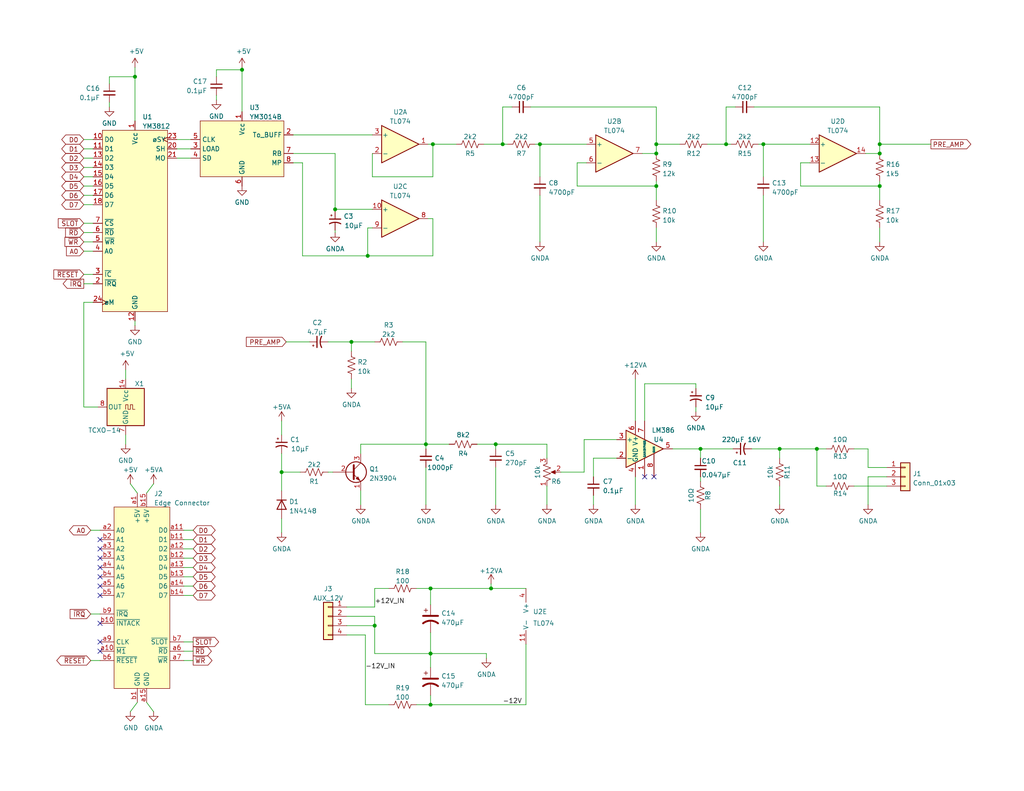
<source format=kicad_sch>
(kicad_sch (version 20230121) (generator eeschema)
  (paper "A")
  (lib_symbols
    (symbol "Amplifier_Audio:LM386" (pin_names (offset 0.127))
      (property "Reference" "U" (at 1.27 7.62 0))
      (property "Value" "LM386" (at 1.27 5.08 0))
      (symbol "LM386_0_1"
        (polyline (pts (xy 5.08 0) (xy -5.08 5.08) (xy -5.08 -5.08) (xy 5.08 0)) (stroke (width 0.254)) (fill (type background)))
      )
      (symbol "LM386_1_1"
        (pin input line (at 0 -7.62 90) (length 5.08) (name "GAIN") (number "1"))
        (pin input line (at -7.62 -2.54 0) (length 2.54) (name "-") (number "2"))
        (pin input line (at -7.62 2.54 0) (length 2.54) (name "+") (number "3"))
        (pin power_in line (at -2.54 -7.62 90) (length 3.81) (name "GND") (number "4"))
        (pin output line (at 7.62 0 180) (length 2.54) (name "~") (number "5"))
        (pin power_in line (at -2.54 7.62 270) (length 3.81) (name "V+") (number "6"))
        (pin input line (at 0 7.62 270) (length 5.08) (name "BYPASS") (number "7"))
        (pin input line (at 2.54 -7.62 90) (length 6.35) (name "GAIN") (number "8"))
      )
    )
    (symbol "Amplifier_Operational:TL074" (pin_names (offset 0.127))
      (property "Reference" "U" (at 0 5.08 0))
      (property "Value" "TL074" (at 0 -5.08 0))
      (symbol "TL074_1_1"
        (polyline (pts (xy -5.08 5.08) (xy 5.08 0) (xy -5.08 -5.08) (xy -5.08 5.08)) (stroke (width 0.254)) (fill (type background)))
        (pin output line (at 7.62 0 180) (length 2.54) (name "~") (number "1"))
        (pin input line (at -7.62 -2.54 0) (length 2.54) (name "-") (number "2"))
        (pin input line (at -7.62 2.54 0) (length 2.54) (name "+") (number "3"))
      )
      (symbol "TL074_2_1"
        (polyline (pts (xy -5.08 5.08) (xy 5.08 0) (xy -5.08 -5.08) (xy -5.08 5.08)) (stroke (width 0.254)) (fill (type background)))
        (pin input line (at -7.62 2.54 0) (length 2.54) (name "+") (number "5"))
        (pin input line (at -7.62 -2.54 0) (length 2.54) (name "-") (number "6"))
        (pin output line (at 7.62 0 180) (length 2.54) (name "~") (number "7"))
      )
      (symbol "TL074_3_1"
        (polyline (pts (xy -5.08 5.08) (xy 5.08 0) (xy -5.08 -5.08) (xy -5.08 5.08)) (stroke (width 0.254)) (fill (type background)))
        (pin input line (at -7.62 2.54 0) (length 2.54) (name "+") (number "10"))
        (pin output line (at 7.62 0 180) (length 2.54) (name "~") (number "8"))
        (pin input line (at -7.62 -2.54 0) (length 2.54) (name "-") (number "9"))
      )
      (symbol "TL074_4_1"
        (polyline (pts (xy -5.08 5.08) (xy 5.08 0) (xy -5.08 -5.08) (xy -5.08 5.08)) (stroke (width 0.254)) (fill (type background)))
        (pin input line (at -7.62 2.54 0) (length 2.54) (name "+") (number "12"))
        (pin input line (at -7.62 -2.54 0) (length 2.54) (name "-") (number "13"))
        (pin output line (at 7.62 0 180) (length 2.54) (name "~") (number "14"))
      )
      (symbol "TL074_5_1"
        (pin power_in line (at -2.54 -7.62 90) (length 3.81) (name "V-") (number "11"))
        (pin power_in line (at -2.54 7.62 270) (length 3.81) (name "V+") (number "4"))
      )
    )
    (symbol "Audio:YM3014B"
      (property "Reference" "U" (at -8.89 12.7 0))
      (property "Value" "YM3014B" (at 7.62 10.16 0))
      (symbol "YM3014B_0_1"
        (rectangle (start -12.7 6.35) (end 10.16 -8.89) (stroke (width 0.1524)) (fill (type background)))
      )
      (symbol "YM3014B_1_1"
        (pin power_in line (at -1.27 8.89 270) (length 2.54) (name "Vcc") (number "1"))
        (pin output line (at 12.7 2.54 180) (length 2.54) (name "To_BUFF") (number "2"))
        (pin input line (at -15.24 -1.27 0) (length 2.54) (name "LOAD") (number "3"))
        (pin input line (at -15.24 -3.81 0) (length 2.54) (name "SD") (number "4"))
        (pin input line (at -15.24 1.27 0) (length 2.54) (name "CLK") (number "5"))
        (pin power_in line (at -1.27 -11.43 90) (length 2.54) (name "GND") (number "6"))
        (pin output line (at 12.7 -2.54 180) (length 2.54) (name "RB") (number "7"))
        (pin input line (at 12.7 -5.08 180) (length 2.54) (name "MP") (number "8"))
      )
    )
    (symbol "Audio:YM3812"
      (property "Reference" "U" (at -2.54 7.62 0))
      (property "Value" "YM3812" (at 15.24 7.62 0))
      (symbol "YM3812_0_1"
        (rectangle (start -2.54 6.35) (end 15.24 -43.18) (stroke (width 0.1524)) (fill (type background)))
      )
      (symbol "YM3812_1_1"
        (pin power_in line (at 6.35 8.89 270) (length 2.54) (name "Vcc") (number "1"))
        (pin input line (at -5.08 3.81 0) (length 2.54) (name "D0") (number "10"))
        (pin input line (at -5.08 1.27 0) (length 2.54) (name "D1") (number "11"))
        (pin power_in line (at 6.35 -45.72 90) (length 2.54) (name "GND") (number "12"))
        (pin input line (at -5.08 -1.27 0) (length 2.54) (name "D2") (number "13"))
        (pin input line (at -5.08 -3.81 0) (length 2.54) (name "D3") (number "14"))
        (pin input line (at -5.08 -6.35 0) (length 2.54) (name "D4") (number "15"))
        (pin input line (at -5.08 -8.89 0) (length 2.54) (name "D5") (number "16"))
        (pin input line (at -5.08 -11.43 0) (length 2.54) (name "D6") (number "17"))
        (pin input line (at -5.08 -13.97 0) (length 2.54) (name "D7") (number "18"))
        (pin no_connect line (at 17.78 -24.13 180) (length 2.54) hide (name "N/C") (number "19"))
        (pin output line (at -5.08 -35.56 0) (length 2.54) (name "~{IRQ}") (number "2"))
        (pin output line (at 17.78 1.27 180) (length 2.54) (name "SH") (number "20"))
        (pin output line (at 17.78 -1.27 180) (length 2.54) (name "MO") (number "21"))
        (pin no_connect line (at 17.78 -26.67 180) (length 2.54) hide (name "N/C") (number "22"))
        (pin output clock (at 17.78 3.81 180) (length 2.54) (name "øSY") (number "23"))
        (pin input clock (at -5.08 -40.64 0) (length 2.54) (name "øM") (number "24"))
        (pin input line (at -5.08 -33.02 0) (length 2.54) (name "~{IC}") (number "3"))
        (pin input line (at -5.08 -26.67 0) (length 2.54) (name "A0") (number "4"))
        (pin input line (at -5.08 -24.13 0) (length 2.54) (name "~{WR}") (number "5"))
        (pin input line (at -5.08 -21.59 0) (length 2.54) (name "~{RD}") (number "6"))
        (pin input line (at -5.08 -19.05 0) (length 2.54) (name "~{CS}") (number "7"))
        (pin no_connect line (at 17.78 -19.05 180) (length 2.54) hide (name "N/C") (number "8"))
        (pin no_connect line (at 17.78 -21.59 180) (length 2.54) hide (name "N/C") (number "9"))
      )
    )
    (symbol "Connector:Interis_Expansion_PCBEdge"
      (property "Reference" "J" (at 20.32 -39.37 0))
      (property "Value" "Interis_Expansion_PCBEdge" (at 26.67 -35.56 0))
      (symbol "Interis_Expansion_PCBEdge_0_1"
        (rectangle (start -7.62 19.05) (end 7.62 -30.48) (stroke (width 0.1524)) (fill (type background)))
      )
      (symbol "Interis_Expansion_PCBEdge_1_1"
        (pin power_out line (at -1.27 22.86 270) (length 3.81) (name "+5V") (number "a1"))
        (pin output line (at -11.43 -20.32 0) (length 3.81) (name "~{M1}") (number "a10"))
        (pin bidirectional line (at 11.43 12.7 180) (length 3.81) (name "D0") (number "a11"))
        (pin bidirectional line (at 11.43 7.62 180) (length 3.81) (name "D2") (number "a12"))
        (pin bidirectional line (at 11.43 2.54 180) (length 3.81) (name "D4") (number "a13"))
        (pin bidirectional line (at 11.43 -2.54 180) (length 3.81) (name "D6") (number "a14"))
        (pin passive line (at 1.27 -34.29 90) (length 3.81) (name "GND") (number "a15"))
        (pin bidirectional line (at -11.43 12.7 0) (length 3.81) (name "A0") (number "a2"))
        (pin bidirectional line (at -11.43 7.62 0) (length 3.81) (name "A2") (number "a3"))
        (pin bidirectional line (at -11.43 2.54 0) (length 3.81) (name "A4") (number "a4"))
        (pin bidirectional line (at -11.43 -2.54 0) (length 3.81) (name "A6") (number "a5"))
        (pin output line (at 11.43 -20.32 180) (length 3.81) (name "~{RD}") (number "a6"))
        (pin output line (at 11.43 -22.86 180) (length 3.81) (name "~{WR}") (number "a7"))
        (pin output line (at -11.43 -17.78 0) (length 3.81) (name "CLK") (number "a9"))
        (pin power_out line (at -1.27 -34.29 90) (length 3.81) (name "GND") (number "b1"))
        (pin output line (at -11.43 -12.7 0) (length 3.81) (name "~{INTACK}") (number "b10"))
        (pin bidirectional line (at 11.43 10.16 180) (length 3.81) (name "D1") (number "b11"))
        (pin bidirectional line (at 11.43 5.08 180) (length 3.81) (name "D3") (number "b12"))
        (pin bidirectional line (at 11.43 0 180) (length 3.81) (name "D5") (number "b13"))
        (pin bidirectional line (at 11.43 -5.08 180) (length 3.81) (name "D7") (number "b14"))
        (pin passive line (at 1.27 22.86 270) (length 3.81) (name "+5V") (number "b15"))
        (pin bidirectional line (at -11.43 10.16 0) (length 3.81) (name "A1") (number "b2"))
        (pin bidirectional line (at -11.43 5.08 0) (length 3.81) (name "A3") (number "b3"))
        (pin bidirectional line (at -11.43 0 0) (length 3.81) (name "A5") (number "b4"))
        (pin bidirectional line (at -11.43 -5.08 0) (length 3.81) (name "A7") (number "b5"))
        (pin bidirectional line (at -11.43 -22.86 0) (length 3.81) (name "~{RESET}") (number "b6"))
        (pin output line (at 11.43 -17.78 180) (length 3.81) (name "~{SLOT}") (number "b7"))
        (pin input line (at -11.43 -10.16 0) (length 3.81) (name "~{IRQ}") (number "b9"))
      )
    )
    (symbol "Connector_Generic:Conn_01x03" (pin_names (offset 1.016) hide)
      (property "Reference" "J" (at 0 5.08 0))
      (property "Value" "Conn_01x03" (at 0 -5.08 0))
      (symbol "Conn_01x03_1_1"
        (rectangle (start -1.27 -2.413) (end 0 -2.667) (stroke (width 0.1524)))
        (rectangle (start -1.27 0.127) (end 0 -0.127) (stroke (width 0.1524)))
        (rectangle (start -1.27 2.667) (end 0 2.413) (stroke (width 0.1524)))
        (rectangle (start -1.27 3.81) (end 1.27 -3.81) (stroke (width 0.254)) (fill (type background)))
        (pin passive line (at -5.08 2.54 0) (length 3.81) (name "Pin_1") (number "1"))
        (pin passive line (at -5.08 0 0) (length 3.81) (name "Pin_2") (number "2"))
        (pin passive line (at -5.08 -2.54 0) (length 3.81) (name "Pin_3") (number "3"))
      )
    )
    (symbol "Connector_Generic:Conn_01x04" (pin_names (offset 1.016) hide)
      (property "Reference" "J?" (at 0 7.5098 0))
      (property "Value" "Conn_01x04" (at 0 4.9729 0))
      (symbol "Conn_01x04_1_1"
        (rectangle (start -1.27 -4.953) (end 0 -5.207) (stroke (width 0.1524)))
        (rectangle (start -1.27 -2.413) (end 0 -2.667) (stroke (width 0.1524)))
        (rectangle (start -1.27 0.127) (end 0 -0.127) (stroke (width 0.1524)))
        (rectangle (start -1.27 2.667) (end 0 2.413) (stroke (width 0.1524)))
        (rectangle (start -1.27 3.81) (end 1.27 -6.35) (stroke (width 0.254)) (fill (type background)))
        (pin power_out line (at -5.08 2.54 0) (length 3.81) (name "+12V") (number "1"))
        (pin passive line (at -5.08 0 0) (length 3.81) (name "Pin_2") (number "2"))
        (pin passive line (at -5.08 -2.54 0) (length 3.81) (name "Pin_3") (number "3"))
        (pin passive line (at -5.08 -5.08 0) (length 3.81) (name "Pin_4") (number "4"))
      )
    )
    (symbol "Device:C_Polarized_Small_US" (pin_numbers hide) (pin_names (offset 0.254) hide)
      (property "Reference" "C" (at 0.254 1.778 0))
      (property "Value" "C_Polarized_Small_US" (at 0.254 -2.032 0))
      (symbol "C_Polarized_Small_US_0_1"
        (polyline (pts (xy -1.524 0.508) (xy 1.524 0.508)) (stroke (width 0.3048)))
        (polyline (pts (xy -1.27 1.524) (xy -0.762 1.524)))
        (polyline (pts (xy -1.016 1.27) (xy -1.016 1.778)))
        (arc (start 1.524 -0.762) (mid 0 -0.3734) (end -1.524 -0.762) (stroke (width 0.3048)))
      )
      (symbol "C_Polarized_Small_US_1_1"
        (pin passive line (at 0 2.54 270) (length 2.032) (name "~") (number "1"))
        (pin passive line (at 0 -2.54 90) (length 2.032) (name "~") (number "2"))
      )
    )
    (symbol "Device:C_Polarized_US" (pin_numbers hide) (pin_names (offset 0.254) hide)
      (property "Reference" "C" (at 0.635 2.54 0))
      (property "Value" "C_Polarized_US" (at 0.635 -2.54 0))
      (symbol "C_Polarized_US_0_1"
        (polyline (pts (xy -2.032 0.762) (xy 2.032 0.762)) (stroke (width 0.508)))
        (polyline (pts (xy -1.778 2.286) (xy -0.762 2.286)))
        (polyline (pts (xy -1.27 1.778) (xy -1.27 2.794)))
        (arc (start 2.032 -1.27) (mid 0 -0.5572) (end -2.032 -1.27) (stroke (width 0.508)))
      )
      (symbol "C_Polarized_US_1_1"
        (pin passive line (at 0 3.81 270) (length 2.794) (name "~") (number "1"))
        (pin passive line (at 0 -3.81 90) (length 3.302) (name "~") (number "2"))
      )
    )
    (symbol "Device:C_Small" (pin_numbers hide) (pin_names (offset 0.254) hide)
      (property "Reference" "C" (at 0.254 1.778 0))
      (property "Value" "C_Small" (at 0.254 -2.032 0))
      (symbol "C_Small_0_1"
        (polyline (pts (xy -1.524 -0.508) (xy 1.524 -0.508)) (stroke (width 0.3302)))
        (polyline (pts (xy -1.524 0.508) (xy 1.524 0.508)) (stroke (width 0.3048)))
      )
      (symbol "C_Small_1_1"
        (pin passive line (at 0 2.54 270) (length 2.032) (name "~") (number "1"))
        (pin passive line (at 0 -2.54 90) (length 2.032) (name "~") (number "2"))
      )
    )
    (symbol "Device:R_Potentiometer_US" (pin_names (offset 1.016) hide)
      (property "Reference" "RV" (at -4.445 0 90))
      (property "Value" "R_Potentiometer_US" (at -2.54 0 90))
      (symbol "R_Potentiometer_US_0_1"
        (polyline (pts (xy 0 -2.286) (xy 0 -2.54)))
        (polyline (pts (xy 0 2.54) (xy 0 2.286)))
        (polyline (pts (xy 2.54 0) (xy 1.524 0)))
        (polyline (pts (xy 1.143 0) (xy 2.286 0.508) (xy 2.286 -0.508) (xy 1.143 0)) (fill (type outline)))
        (polyline (pts (xy 0 -0.762) (xy 1.016 -1.143) (xy 0 -1.524) (xy -1.016 -1.905) (xy 0 -2.286)))
        (polyline (pts (xy 0 0.762) (xy 1.016 0.381) (xy 0 0) (xy -1.016 -0.381) (xy 0 -0.762)))
        (polyline (pts (xy 0 2.286) (xy 1.016 1.905) (xy 0 1.524) (xy -1.016 1.143) (xy 0 0.762)))
      )
      (symbol "R_Potentiometer_US_1_1"
        (pin passive line (at 0 3.81 270) (length 1.27) (name "1") (number "1"))
        (pin passive line (at 3.81 0 180) (length 1.27) (name "2") (number "2"))
        (pin passive line (at 0 -3.81 90) (length 1.27) (name "3") (number "3"))
      )
    )
    (symbol "Device:R_US" (pin_numbers hide) (pin_names (offset 0))
      (property "Reference" "R" (at 2.54 0 90))
      (property "Value" "R_US" (at -2.54 0 90))
      (symbol "R_US_0_1"
        (polyline (pts (xy 0 -2.286) (xy 0 -2.54)))
        (polyline (pts (xy 0 2.286) (xy 0 2.54)))
        (polyline (pts (xy 0 -0.762) (xy 1.016 -1.143) (xy 0 -1.524) (xy -1.016 -1.905) (xy 0 -2.286)))
        (polyline (pts (xy 0 0.762) (xy 1.016 0.381) (xy 0 0) (xy -1.016 -0.381) (xy 0 -0.762)))
        (polyline (pts (xy 0 2.286) (xy 1.016 1.905) (xy 0 1.524) (xy -1.016 1.143) (xy 0 0.762)))
      )
      (symbol "R_US_1_1"
        (pin passive line (at 0 3.81 270) (length 1.27) (name "~") (number "1"))
        (pin passive line (at 0 -3.81 90) (length 1.27) (name "~") (number "2"))
      )
    )
    (symbol "Diode:1N4148" (pin_numbers hide) (pin_names (offset 1.016) hide)
      (property "Reference" "D" (at 0 2.54 0))
      (property "Value" "1N4148" (at 0 -2.54 0))
      (symbol "1N4148_0_1"
        (polyline (pts (xy -1.27 1.27) (xy -1.27 -1.27)) (stroke (width 0.254)))
        (polyline (pts (xy 1.27 0) (xy -1.27 0)))
        (polyline (pts (xy 1.27 1.27) (xy 1.27 -1.27) (xy -1.27 0) (xy 1.27 1.27)) (stroke (width 0.254)))
      )
      (symbol "1N4148_1_1"
        (pin passive line (at -3.81 0 0) (length 2.54) (name "K") (number "1"))
        (pin passive line (at 3.81 0 180) (length 2.54) (name "A") (number "2"))
      )
    )
    (symbol "Oscillator:TCXO-14" (pin_names (offset 0.254))
      (property "Reference" "X" (at -5.08 6.35 0))
      (property "Value" "TCXO-14" (at 1.27 -6.35 0))
      (symbol "TCXO-14_0_1"
        (rectangle (start -5.08 5.08) (end 5.08 -5.08) (stroke (width 0.254)) (fill (type background)))
        (polyline (pts (xy -2.54 -0.635) (xy -1.905 -0.635) (xy -1.905 0.635) (xy -1.27 0.635) (xy -1.27 -0.635) (xy -0.635 -0.635) (xy -0.635 0.635) (xy 0 0.635) (xy 0 -0.635)))
      )
      (symbol "TCXO-14_1_1"
        (pin no_connect line (at -7.62 0 0) (length 2.54) hide (name "NC") (number "1"))
        (pin power_in line (at 0 7.62 270) (length 2.54) (name "Vcc") (number "14"))
        (pin power_in line (at 0 -7.62 90) (length 2.54) (name "GND") (number "7"))
        (pin output line (at 7.62 0 180) (length 2.54) (name "OUT") (number "8"))
      )
    )
    (symbol "Transistor_BJT:2N3904" (pin_names (offset 0) hide)
      (property "Reference" "Q" (at 5.08 1.905 0))
      (property "Value" "2N3904" (at 5.08 0 0))
      (symbol "2N3904_0_1"
        (polyline (pts (xy 0.635 0.635) (xy 2.54 2.54)))
        (polyline (pts (xy 0.635 -0.635) (xy 2.54 -2.54) (xy 2.54 -2.54)))
        (polyline (pts (xy 0.635 1.905) (xy 0.635 -1.905) (xy 0.635 -1.905)) (stroke (width 0.508)))
        (polyline (pts (xy 1.27 -1.778) (xy 1.778 -1.27) (xy 2.286 -2.286) (xy 1.27 -1.778) (xy 1.27 -1.778)) (fill (type outline)))
        (circle (center 1.27 0) (radius 2.8194) (stroke (width 0.254)))
      )
      (symbol "2N3904_1_1"
        (pin passive line (at 2.54 -5.08 90) (length 2.54) (name "E") (number "1"))
        (pin passive line (at -5.08 0 0) (length 5.715) (name "B") (number "2"))
        (pin passive line (at 2.54 5.08 270) (length 2.54) (name "C") (number "3"))
      )
    )
    (symbol "power:+12VA" (power) (pin_names (offset 0))
      (property "Value" "+12VA" (at 0 3.556 0))
      (symbol "+12VA_0_1"
        (polyline (pts (xy -0.762 1.27) (xy 0 2.54)))
        (polyline (pts (xy 0 0) (xy 0 2.54)))
        (polyline (pts (xy 0 2.54) (xy 0.762 1.27)))
      )
      (symbol "+12VA_1_1"
        (pin power_in line (at 0 0 90) (length 0) hide (name "+12VA") (number "1"))
      )
    )
    (symbol "power:+5V" (power) (pin_names (offset 0))
      (property "Value" "+5V" (at 0 3.556 0))
      (symbol "+5V_0_1"
        (polyline (pts (xy -0.762 1.27) (xy 0 2.54)))
        (polyline (pts (xy 0 0) (xy 0 2.54)))
        (polyline (pts (xy 0 2.54) (xy 0.762 1.27)))
      )
      (symbol "+5V_1_1"
        (pin power_in line (at 0 0 90) (length 0) hide (name "+5V") (number "1"))
      )
    )
    (symbol "power:+5VA" (power) (pin_names (offset 0))
      (property "Value" "+5VA" (at 0 3.556 0))
      (symbol "+5VA_0_1"
        (polyline (pts (xy -0.762 1.27) (xy 0 2.54)))
        (polyline (pts (xy 0 0) (xy 0 2.54)))
        (polyline (pts (xy 0 2.54) (xy 0.762 1.27)))
      )
      (symbol "+5VA_1_1"
        (pin power_in line (at 0 0 90) (length 0) hide (name "+5VA") (number "1"))
      )
    )
    (symbol "power:GND" (power) (pin_names (offset 0))
      (property "Value" "GND" (at 0 -3.81 0))
      (symbol "GND_0_1"
        (polyline (pts (xy 0 0) (xy 0 -1.27) (xy 1.27 -1.27) (xy 0 -2.54) (xy -1.27 -1.27) (xy 0 -1.27)))
      )
      (symbol "GND_1_1"
        (pin power_in line (at 0 0 270) (length 0) hide (name "GND") (number "1"))
      )
    )
    (symbol "power:GNDA" (power) (pin_names (offset 0))
      (property "Value" "GNDA" (at 0 -3.81 0))
      (symbol "GNDA_0_1"
        (polyline (pts (xy 0 0) (xy 0 -1.27) (xy 1.27 -1.27) (xy 0 -2.54) (xy -1.27 -1.27) (xy 0 -1.27)))
      )
      (symbol "GNDA_1_1"
        (pin power_in line (at 0 0 270) (length 0) hide (name "GNDA") (number "1"))
      )
    )
  )
  (junction (at 179.07 39.37))
  (junction (at 240.03 41.91))
  (junction (at 95.885 93.345))
  (junction (at 240.03 50.8))
  (junction (at 198.12 39.37))
  (junction (at 135.255 121.285))
  (junction (at 117.475 160.655))
  (junction (at 116.205 121.285))
  (junction (at 147.32 39.37))
  (junction (at 212.725 122.555))
  (junction (at 102.235 170.815))
  (junction (at 208.28 39.37))
  (junction (at 240.03 39.37))
  (junction (at 36.83 20.955))
  (junction (at 137.16 39.37))
  (junction (at 91.44 57.15))
  (junction (at 179.07 41.91))
  (junction (at 117.475 178.435))
  (junction (at 191.135 122.555))
  (junction (at 118.11 39.37))
  (junction (at 76.835 128.905))
  (junction (at 179.07 50.8))
  (junction (at 117.475 192.405))
  (junction (at 222.885 122.555))
  (junction (at 133.985 160.655))
  (junction (at 100.33 69.85))
  (junction (at 66.04 19.05))
  (no_connect (at 27.305 170.18))
  (no_connect (at 27.305 147.32))
  (no_connect (at 27.305 149.86))
  (no_connect (at 27.305 152.4))
  (no_connect (at 27.305 154.94))
  (no_connect (at 27.305 157.48))
  (no_connect (at 27.305 162.56))
  (no_connect (at 27.305 160.02))
  (no_connect (at 175.895 130.175))
  (no_connect (at 178.435 130.175))
  (no_connect (at 27.305 175.26))
  (no_connect (at 27.305 177.8))
  (wire (pts (xy 135.255 127.635) (xy 135.255 137.795)))
  (wire (pts (xy 29.845 20.955) (xy 36.83 20.955)))
  (wire (pts (xy 146.05 39.37) (xy 147.32 39.37)))
  (wire (pts (xy 138.43 39.37) (xy 137.16 39.37)))
  (wire (pts (xy 91.44 41.91) (xy 91.44 57.15)))
  (wire (pts (xy 52.705 154.94) (xy 50.165 154.94)))
  (wire (pts (xy 236.855 127.635) (xy 241.935 127.635)))
  (wire (pts (xy 52.705 149.86) (xy 50.165 149.86)))
  (wire (pts (xy 102.235 170.815) (xy 102.235 178.435)))
  (wire (pts (xy 52.705 180.34) (xy 50.165 180.34)))
  (wire (pts (xy 52.705 144.78) (xy 50.165 144.78)))
  (wire (pts (xy 240.03 39.37) (xy 254 39.37)))
  (wire (pts (xy 76.835 114.935) (xy 76.835 118.745)))
  (wire (pts (xy 130.175 121.285) (xy 135.255 121.285)))
  (wire (pts (xy 113.665 160.655) (xy 117.475 160.655)))
  (wire (pts (xy 91.44 57.785) (xy 91.44 57.15)))
  (wire (pts (xy 159.385 120.015) (xy 159.385 128.905)))
  (wire (pts (xy 94.615 170.815) (xy 102.235 170.815)))
  (wire (pts (xy 161.925 125.095) (xy 161.925 130.175)))
  (wire (pts (xy 59.055 19.05) (xy 66.04 19.05)))
  (wire (pts (xy 76.835 133.985) (xy 76.835 128.905)))
  (wire (pts (xy 193.04 39.37) (xy 198.12 39.37)))
  (wire (pts (xy 147.32 66.04) (xy 147.32 53.34)))
  (wire (pts (xy 52.705 175.26) (xy 50.165 175.26)))
  (wire (pts (xy 34.29 118.745) (xy 34.29 121.285)))
  (wire (pts (xy 233.045 132.715) (xy 241.935 132.715)))
  (wire (pts (xy 41.91 132.08) (xy 40.005 134.62)))
  (wire (pts (xy 81.915 128.905) (xy 76.835 128.905)))
  (wire (pts (xy 135.255 121.285) (xy 149.225 121.285)))
  (wire (pts (xy 117.475 192.405) (xy 143.51 192.405)))
  (wire (pts (xy 52.705 160.02) (xy 50.165 160.02)))
  (wire (pts (xy 113.665 192.405) (xy 117.475 192.405)))
  (wire (pts (xy 220.98 44.45) (xy 218.44 44.45)))
  (wire (pts (xy 91.44 63.5) (xy 91.44 62.865)))
  (wire (pts (xy 160.02 44.45) (xy 157.48 44.45)))
  (wire (pts (xy 198.12 39.37) (xy 198.12 29.21)))
  (wire (pts (xy 208.28 48.26) (xy 208.28 39.37)))
  (wire (pts (xy 22.86 82.55) (xy 22.86 111.125)))
  (wire (pts (xy 80.01 44.45) (xy 82.55 44.45)))
  (wire (pts (xy 52.705 147.32) (xy 50.165 147.32)))
  (wire (pts (xy 179.07 50.8) (xy 179.07 54.61)))
  (wire (pts (xy 98.425 137.795) (xy 98.425 133.985)))
  (wire (pts (xy 91.44 57.15) (xy 101.6 57.15)))
  (wire (pts (xy 118.11 39.37) (xy 118.11 48.26)))
  (wire (pts (xy 89.535 93.345) (xy 95.885 93.345)))
  (wire (pts (xy 157.48 50.8) (xy 179.07 50.8)))
  (wire (pts (xy 183.515 122.555) (xy 191.135 122.555)))
  (wire (pts (xy 135.255 121.285) (xy 135.255 122.555)))
  (wire (pts (xy 37.465 134.62) (xy 35.56 132.08)))
  (wire (pts (xy 118.11 59.69) (xy 118.11 69.85)))
  (wire (pts (xy 212.725 122.555) (xy 212.725 125.095)))
  (wire (pts (xy 76.835 145.415) (xy 76.835 141.605)))
  (wire (pts (xy 189.865 104.775) (xy 189.865 106.045)))
  (wire (pts (xy 205.105 122.555) (xy 212.725 122.555)))
  (wire (pts (xy 36.83 18.415) (xy 36.83 20.955)))
  (wire (pts (xy 116.205 121.285) (xy 122.555 121.285)))
  (wire (pts (xy 240.03 41.91) (xy 236.22 41.91)))
  (wire (pts (xy 240.03 50.8) (xy 240.03 54.61)))
  (wire (pts (xy 100.33 62.23) (xy 100.33 69.85)))
  (wire (pts (xy 117.475 172.72) (xy 117.475 178.435)))
  (wire (pts (xy 149.225 132.715) (xy 149.225 137.795)))
  (wire (pts (xy 52.705 162.56) (xy 50.165 162.56)))
  (wire (pts (xy 117.475 160.655) (xy 133.985 160.655)))
  (wire (pts (xy 22.86 68.58) (xy 25.4 68.58)))
  (wire (pts (xy 147.32 39.37) (xy 160.02 39.37)))
  (wire (pts (xy 153.035 128.905) (xy 159.385 128.905)))
  (wire (pts (xy 22.86 66.04) (xy 25.4 66.04)))
  (wire (pts (xy 179.07 49.53) (xy 179.07 50.8)))
  (wire (pts (xy 116.205 121.285) (xy 116.205 93.345)))
  (wire (pts (xy 48.26 38.1) (xy 52.07 38.1)))
  (wire (pts (xy 222.885 122.555) (xy 225.425 122.555)))
  (wire (pts (xy 179.07 66.04) (xy 179.07 62.23)))
  (wire (pts (xy 124.46 39.37) (xy 118.11 39.37)))
  (wire (pts (xy 101.6 41.91) (xy 101.6 48.26)))
  (wire (pts (xy 24.765 167.64) (xy 27.305 167.64)))
  (wire (pts (xy 236.855 122.555) (xy 236.855 127.635)))
  (wire (pts (xy 22.86 45.72) (xy 25.4 45.72)))
  (wire (pts (xy 37.465 191.77) (xy 35.56 194.31)))
  (wire (pts (xy 212.725 132.715) (xy 212.725 137.795)))
  (wire (pts (xy 144.78 29.21) (xy 179.07 29.21)))
  (wire (pts (xy 22.86 38.1) (xy 25.4 38.1)))
  (wire (pts (xy 117.475 178.435) (xy 132.715 178.435)))
  (wire (pts (xy 116.205 121.285) (xy 98.425 121.285)))
  (wire (pts (xy 179.07 41.91) (xy 175.26 41.91)))
  (wire (pts (xy 29.845 22.86) (xy 29.845 20.955)))
  (wire (pts (xy 240.03 49.53) (xy 240.03 50.8)))
  (wire (pts (xy 22.86 74.93) (xy 25.4 74.93)))
  (wire (pts (xy 66.04 18.415) (xy 66.04 19.05)))
  (wire (pts (xy 233.045 122.555) (xy 236.855 122.555)))
  (wire (pts (xy 161.925 135.255) (xy 161.925 137.795)))
  (wire (pts (xy 199.39 39.37) (xy 198.12 39.37)))
  (wire (pts (xy 241.935 130.175) (xy 236.855 130.175)))
  (wire (pts (xy 95.885 93.345) (xy 102.235 93.345)))
  (wire (pts (xy 175.895 104.775) (xy 175.895 114.935)))
  (wire (pts (xy 143.51 175.895) (xy 143.51 192.405)))
  (wire (pts (xy 117.475 192.405) (xy 117.475 189.865)))
  (wire (pts (xy 185.42 39.37) (xy 179.07 39.37)))
  (wire (pts (xy 137.16 39.37) (xy 132.08 39.37)))
  (wire (pts (xy 24.765 180.34) (xy 27.305 180.34)))
  (wire (pts (xy 66.04 19.05) (xy 66.04 30.48)))
  (wire (pts (xy 102.235 178.435) (xy 117.475 178.435)))
  (wire (pts (xy 191.135 131.445) (xy 191.135 130.175)))
  (wire (pts (xy 173.355 130.175) (xy 173.355 137.795)))
  (wire (pts (xy 22.86 40.64) (xy 25.4 40.64)))
  (wire (pts (xy 240.03 29.21) (xy 240.03 39.37)))
  (wire (pts (xy 208.28 39.37) (xy 220.98 39.37)))
  (wire (pts (xy 198.12 29.21) (xy 200.66 29.21)))
  (wire (pts (xy 99.695 173.355) (xy 99.695 192.405)))
  (wire (pts (xy 117.475 178.435) (xy 117.475 182.245)))
  (wire (pts (xy 179.07 29.21) (xy 179.07 39.37)))
  (wire (pts (xy 173.355 103.505) (xy 173.355 114.935)))
  (wire (pts (xy 22.86 50.8) (xy 25.4 50.8)))
  (wire (pts (xy 95.885 106.045) (xy 95.885 103.505)))
  (wire (pts (xy 22.86 55.88) (xy 25.4 55.88)))
  (wire (pts (xy 179.07 39.37) (xy 179.07 41.91)))
  (wire (pts (xy 22.86 77.47) (xy 25.4 77.47)))
  (wire (pts (xy 116.205 121.285) (xy 116.205 122.555)))
  (wire (pts (xy 118.11 69.85) (xy 100.33 69.85)))
  (wire (pts (xy 95.885 93.345) (xy 95.885 95.885)))
  (wire (pts (xy 99.695 192.405) (xy 106.045 192.405)))
  (wire (pts (xy 133.985 160.655) (xy 143.51 160.655)))
  (wire (pts (xy 102.235 160.655) (xy 106.045 160.655)))
  (wire (pts (xy 191.135 139.065) (xy 191.135 145.415)))
  (wire (pts (xy 52.705 157.48) (xy 50.165 157.48)))
  (wire (pts (xy 117.475 160.655) (xy 117.475 165.1)))
  (wire (pts (xy 116.205 93.345) (xy 109.855 93.345)))
  (wire (pts (xy 94.615 173.355) (xy 99.695 173.355)))
  (wire (pts (xy 52.705 177.8) (xy 50.165 177.8)))
  (wire (pts (xy 22.86 111.125) (xy 26.67 111.125)))
  (wire (pts (xy 149.225 121.285) (xy 149.225 125.095)))
  (wire (pts (xy 116.84 59.69) (xy 118.11 59.69)))
  (wire (pts (xy 205.74 29.21) (xy 240.03 29.21)))
  (wire (pts (xy 29.845 27.94) (xy 29.845 29.21)))
  (wire (pts (xy 218.44 44.45) (xy 218.44 50.8)))
  (wire (pts (xy 240.03 39.37) (xy 240.03 41.91)))
  (wire (pts (xy 218.44 50.8) (xy 240.03 50.8)))
  (wire (pts (xy 207.01 39.37) (xy 208.28 39.37)))
  (wire (pts (xy 78.105 93.345) (xy 84.455 93.345)))
  (wire (pts (xy 52.705 152.4) (xy 50.165 152.4)))
  (wire (pts (xy 98.425 121.285) (xy 98.425 123.825)))
  (wire (pts (xy 59.055 26.035) (xy 59.055 27.305)))
  (wire (pts (xy 89.535 128.905) (xy 90.805 128.905)))
  (wire (pts (xy 157.48 44.45) (xy 157.48 50.8)))
  (wire (pts (xy 80.01 36.83) (xy 101.6 36.83)))
  (wire (pts (xy 191.135 122.555) (xy 200.025 122.555)))
  (wire (pts (xy 116.205 127.635) (xy 116.205 137.795)))
  (wire (pts (xy 102.235 165.735) (xy 102.235 160.655)))
  (wire (pts (xy 102.235 168.275) (xy 102.235 170.815)))
  (wire (pts (xy 22.86 48.26) (xy 25.4 48.26)))
  (wire (pts (xy 94.615 165.735) (xy 102.235 165.735)))
  (wire (pts (xy 240.03 66.04) (xy 240.03 62.23)))
  (wire (pts (xy 147.32 48.26) (xy 147.32 39.37)))
  (wire (pts (xy 118.11 48.26) (xy 101.6 48.26)))
  (wire (pts (xy 208.28 66.04) (xy 208.28 53.34)))
  (wire (pts (xy 36.83 20.955) (xy 36.83 33.02)))
  (wire (pts (xy 22.86 43.18) (xy 25.4 43.18)))
  (wire (pts (xy 48.26 43.18) (xy 52.07 43.18)))
  (wire (pts (xy 80.01 41.91) (xy 91.44 41.91)))
  (wire (pts (xy 82.55 69.85) (xy 100.33 69.85)))
  (wire (pts (xy 25.4 82.55) (xy 22.86 82.55)))
  (wire (pts (xy 133.985 159.385) (xy 133.985 160.655)))
  (wire (pts (xy 222.885 122.555) (xy 222.885 132.715)))
  (wire (pts (xy 137.16 29.21) (xy 139.7 29.21)))
  (wire (pts (xy 168.275 125.095) (xy 161.925 125.095)))
  (wire (pts (xy 137.16 39.37) (xy 137.16 29.21)))
  (wire (pts (xy 132.715 179.705) (xy 132.715 178.435)))
  (wire (pts (xy 189.865 104.775) (xy 175.895 104.775)))
  (wire (pts (xy 22.86 53.34) (xy 25.4 53.34)))
  (wire (pts (xy 189.865 111.125) (xy 189.865 112.395)))
  (wire (pts (xy 191.135 125.095) (xy 191.135 122.555)))
  (wire (pts (xy 101.6 62.23) (xy 100.33 62.23)))
  (wire (pts (xy 22.86 60.96) (xy 25.4 60.96)))
  (wire (pts (xy 36.83 88.9) (xy 36.83 87.63)))
  (wire (pts (xy 76.835 123.825) (xy 76.835 128.905)))
  (wire (pts (xy 24.765 144.78) (xy 27.305 144.78)))
  (wire (pts (xy 116.84 39.37) (xy 118.11 39.37)))
  (wire (pts (xy 59.055 20.955) (xy 59.055 19.05)))
  (wire (pts (xy 48.26 40.64) (xy 52.07 40.64)))
  (wire (pts (xy 159.385 120.015) (xy 168.275 120.015)))
  (wire (pts (xy 22.86 63.5) (xy 25.4 63.5)))
  (wire (pts (xy 212.725 122.555) (xy 222.885 122.555)))
  (wire (pts (xy 236.855 130.175) (xy 236.855 137.795)))
  (wire (pts (xy 82.55 69.85) (xy 82.55 44.45)))
  (wire (pts (xy 225.425 132.715) (xy 222.885 132.715)))
  (wire (pts (xy 40.005 191.77) (xy 41.91 194.31)))
  (wire (pts (xy 94.615 168.275) (xy 102.235 168.275)))
  (wire (pts (xy 34.29 100.965) (xy 34.29 103.505)))
  (label "-12V" (at 137.16 192.405 0))
  (label "-12V_IN" (at 99.695 182.88 0))
  (label "+12V_IN" (at 102.235 165.1 0))
  (global_label "D2" (shape bidirectional) (at 52.705 149.86 0) (property "Intersheetrefs" "${INTERSHEET_REFS}" (effects hide)))
  (global_label "PRE_AMP" (shape output) (at 254 39.37 0) (property "Intersheetrefs" "${INTERSHEET_REFS}" (effects hide)))
  (global_label "D2" (shape bidirectional) (at 22.86 43.18 180) (property "Intersheetrefs" "${INTERSHEET_REFS}" (effects hide)))
  (global_label "D5" (shape bidirectional) (at 52.705 157.48 0) (property "Intersheetrefs" "${INTERSHEET_REFS}" (effects hide)))
  (global_label "~{SLOT}" (shape input) (at 22.86 60.96 180) (property "Intersheetrefs" "${INTERSHEET_REFS}" (effects hide)))
  (global_label "~{RESET}" (shape bidirectional) (at 24.765 180.34 180) (property "Intersheetrefs" "${INTERSHEET_REFS}" (effects hide)))
  (global_label "D3" (shape bidirectional) (at 52.705 152.4 0) (property "Intersheetrefs" "${INTERSHEET_REFS}" (effects hide)))
  (global_label "~{RD}" (shape output) (at 52.705 177.8 0) (property "Intersheetrefs" "${INTERSHEET_REFS}" (effects hide)))
  (global_label "D6" (shape bidirectional) (at 52.705 160.02 0) (property "Intersheetrefs" "${INTERSHEET_REFS}" (effects hide)))
  (global_label "PRE_AMP" (shape input) (at 78.105 93.345 180) (property "Intersheetrefs" "${INTERSHEET_REFS}" (effects hide)))
  (global_label "~{IRQ}" (shape input) (at 24.765 167.64 180) (property "Intersheetrefs" "${INTERSHEET_REFS}" (effects hide)))
  (global_label "D3" (shape bidirectional) (at 22.86 45.72 180) (property "Intersheetrefs" "${INTERSHEET_REFS}" (effects hide)))
  (global_label "D4" (shape bidirectional) (at 52.705 154.94 0) (property "Intersheetrefs" "${INTERSHEET_REFS}" (effects hide)))
  (global_label "D7" (shape bidirectional) (at 52.705 162.56 0) (property "Intersheetrefs" "${INTERSHEET_REFS}" (effects hide)))
  (global_label "D7" (shape bidirectional) (at 22.86 55.88 180) (property "Intersheetrefs" "${INTERSHEET_REFS}" (effects hide)))
  (global_label "~{IRQ}" (shape output) (at 22.86 77.47 180) (property "Intersheetrefs" "${INTERSHEET_REFS}" (effects hide)))
  (global_label "A0" (shape bidirectional) (at 24.765 144.78 180) (property "Intersheetrefs" "${INTERSHEET_REFS}" (effects hide)))
  (global_label "D1" (shape bidirectional) (at 22.86 40.64 180) (property "Intersheetrefs" "${INTERSHEET_REFS}" (effects hide)))
  (global_label "D4" (shape bidirectional) (at 22.86 48.26 180) (property "Intersheetrefs" "${INTERSHEET_REFS}" (effects hide)))
  (global_label "D1" (shape bidirectional) (at 52.705 147.32 0) (property "Intersheetrefs" "${INTERSHEET_REFS}" (effects hide)))
  (global_label "~{WR}" (shape output) (at 52.705 180.34 0) (property "Intersheetrefs" "${INTERSHEET_REFS}" (effects hide)))
  (global_label "~{RESET}" (shape input) (at 22.86 74.93 180) (property "Intersheetrefs" "${INTERSHEET_REFS}" (effects hide)))
  (global_label "A0" (shape input) (at 22.86 68.58 180) (property "Intersheetrefs" "${INTERSHEET_REFS}" (effects hide)))
  (global_label "D6" (shape bidirectional) (at 22.86 53.34 180) (property "Intersheetrefs" "${INTERSHEET_REFS}" (effects hide)))
  (global_label "D0" (shape bidirectional) (at 22.86 38.1 180) (property "Intersheetrefs" "${INTERSHEET_REFS}" (effects hide)))
  (global_label "D5" (shape bidirectional) (at 22.86 50.8 180) (property "Intersheetrefs" "${INTERSHEET_REFS}" (effects hide)))
  (global_label "~{RD}" (shape input) (at 22.86 63.5 180) (property "Intersheetrefs" "${INTERSHEET_REFS}" (effects hide)))
  (global_label "~{SLOT}" (shape output) (at 52.705 175.26 0) (property "Intersheetrefs" "${INTERSHEET_REFS}" (effects hide)))
  (global_label "~{WR}" (shape input) (at 22.86 66.04 180) (property "Intersheetrefs" "${INTERSHEET_REFS}" (effects hide)))
  (global_label "D0" (shape bidirectional) (at 52.705 144.78 0) (property "Intersheetrefs" "${INTERSHEET_REFS}" (effects hide)))
  (symbol (lib_id "Device:R_US") (at 212.725 128.905 0) (unit 1)
    (property "Reference" "R11" (at 214.757 128.905 90))
    (property "Value" "10k" (at 210.185 128.905 90))
    (property "Footprint" "Resistor_THT:R_Axial_DIN0207_L6.3mm_D2.5mm_P7.62mm_Horizontal" (effects hide))
    (property "Mouser" "291-10K-RC" (effects hide))
  )
  (symbol (lib_id "Device:C_Polarized_Small_US") (at 76.835 121.285 0) (unit 1)
    (property "Reference" "C1" (at 79.1464 120.0185 0) (effects (justify left)))
    (property "Value" "10µF" (at 79.375 122.555 0) (effects (justify left)))
    (property "Footprint" "Capacitor_THT:CP_Radial_D5.0mm_P2.50mm" (effects hide))
  )
  (symbol (lib_id "Amplifier_Operational:TL074") (at 146.05 168.275 0) (unit 5)
    (property "Reference" "U2" (at 145.415 167.005 0) (effects (justify left)))
    (property "Value" "TL074" (at 145.415 170.18 0) (effects (justify left)))
    (property "Footprint" "Package_DIP:DIP-14_W7.62mm" (effects hide))
    (property "Datasheet" "http://www.ti.com/lit/ds/symlink/tl071.pdf" (effects hide))
  )
  (symbol (lib_id "power:+5V") (at 35.56 132.08 0) (unit 1)
    (property "Reference" "#PWR0102" (effects hide))
    (property "Value" "+5V" (at 35.56 128.27 0))
  )
  (symbol (lib_id "power:+5VA") (at 41.91 132.08 0) (unit 1)
    (property "Reference" "#PWR0132" (effects hide))
    (property "Value" "+5VA" (at 41.91 128.27 0))
  )
  (symbol (lib_id "Device:R_US") (at 203.2 39.37 90) (unit 1)
    (property "Reference" "R15" (at 203.2 41.91 90))
    (property "Value" "2k2" (at 203.2 37.3181 90))
    (property "Footprint" "Resistor_THT:R_Axial_DIN0207_L6.3mm_D2.5mm_P7.62mm_Horizontal" (effects hide))
  )
  (symbol (lib_id "Device:R_US") (at 189.23 39.37 90) (unit 1)
    (property "Reference" "R12" (at 189.23 41.91 90))
    (property "Value" "2k2" (at 189.23 37.3181 90))
    (property "Footprint" "Resistor_THT:R_Axial_DIN0207_L6.3mm_D2.5mm_P7.62mm_Horizontal" (effects hide))
  )
  (symbol (lib_id "power:+5V") (at 36.83 18.415 0) (unit 1)
    (property "Reference" "#PWR0107" (effects hide))
    (property "Value" "+5V" (at 37.211 14.0208 0))
  )
  (symbol (lib_id "power:+12VA") (at 133.985 159.385 0) (unit 1)
    (property "Reference" "#PWR0110" (effects hide))
    (property "Value" "+12VA" (at 133.985 155.829 0))
  )
  (symbol (lib_id "power:GNDA") (at 161.925 137.795 0) (unit 1)
    (property "Reference" "#PWR0114" (effects hide))
    (property "Value" "GNDA" (at 161.925 142.2384 0))
  )
  (symbol (lib_id "power:+5V") (at 34.29 100.965 0) (unit 1)
    (property "Reference" "#PWR0103" (effects hide))
    (property "Value" "+5V" (at 34.671 96.5708 0))
  )
  (symbol (lib_id "Diode:1N4148") (at 76.835 137.795 270) (unit 1)
    (property "Reference" "D1" (at 78.867 136.9603 90) (effects (justify left)))
    (property "Value" "1N4148" (at 78.867 139.4972 90) (effects (justify left)))
    (property "Footprint" "Diode_THT:D_DO-35_SOD27_P7.62mm_Horizontal" (effects hide))
    (property "Datasheet" "https://assets.nexperia.com/documents/data-sheet/1N4148_1N4448.pdf" (effects hide))
  )
  (symbol (lib_id "power:+5VA") (at 76.835 114.935 0) (unit 1)
    (property "Reference" "#PWR0133" (effects hide))
    (property "Value" "+5VA" (at 76.835 111.125 0))
  )
  (symbol (lib_id "Device:R_US") (at 126.365 121.285 270) (unit 1)
    (property "Reference" "R4" (at 126.365 123.825 90))
    (property "Value" "8k2" (at 126.365 118.745 90))
    (property "Footprint" "Resistor_THT:R_Axial_DIN0207_L6.3mm_D2.5mm_P7.62mm_Horizontal" (effects hide))
    (property "Mouser" "291-8.2K-RC" (effects hide))
  )
  (symbol (lib_id "power:GNDA") (at 149.225 137.795 0) (unit 1)
    (property "Reference" "#PWR0117" (effects hide))
    (property "Value" "GNDA" (at 149.225 142.2384 0))
  )
  (symbol (lib_id "power:GNDA") (at 236.855 137.795 0) (unit 1)
    (property "Reference" "#PWR0111" (effects hide))
    (property "Value" "GNDA" (at 236.855 142.2384 0))
  )
  (symbol (lib_id "Amplifier_Operational:TL074") (at 228.6 41.91 0) (unit 4)
    (property "Reference" "U2" (at 228.6 33.1302 0))
    (property "Value" "TL074" (at 228.6 35.6671 0))
    (property "Footprint" "Package_DIP:DIP-14_W7.62mm" (effects hide))
    (property "Datasheet" "http://www.ti.com/lit/ds/symlink/tl071.pdf" (effects hide))
  )
  (symbol (lib_id "Device:R_US") (at 229.235 122.555 270) (unit 1)
    (property "Reference" "R13" (at 229.235 124.587 90))
    (property "Value" "10Ω" (at 229.235 120.015 90))
    (property "Footprint" "Resistor_THT:R_Axial_DIN0207_L6.3mm_D2.5mm_P7.62mm_Horizontal" (effects hide))
    (property "Mouser" "291-10-RC" (effects hide))
  )
  (symbol (lib_id "power:GNDA") (at 132.715 179.705 0) (unit 1)
    (property "Reference" "#PWR0129" (effects hide))
    (property "Value" "GNDA" (at 132.715 184.1484 0))
  )
  (symbol (lib_id "Transistor_BJT:2N3904") (at 95.885 128.905 0) (unit 1)
    (property "Reference" "Q1" (at 100.7364 128.0703 0) (effects (justify left)))
    (property "Value" "2N3904" (at 100.7364 130.6072 0) (effects (justify left)))
    (property "Footprint" "Package_TO_SOT_THT:TO-92_Inline" (effects hide))
    (property "Datasheet" "https://www.onsemi.com/pub/Collateral/2N3903-D.PDF" (effects hide))
  )
  (symbol (lib_id "Device:C_Polarized_Small_US") (at 86.995 93.345 90) (unit 1)
    (property "Reference" "C2" (at 86.5632 88.0958 90))
    (property "Value" "4.7µF" (at 86.5632 90.6327 90))
    (property "Footprint" "Capacitor_THT:CP_Radial_D5.0mm_P2.50mm" (effects hide))
  )
  (symbol (lib_id "Device:R_US") (at 240.03 58.42 0) (unit 1)
    (property "Reference" "R17" (at 241.681 57.5853 0) (effects (justify left)))
    (property "Value" "10k" (at 241.681 60.1222 0) (effects (justify left)))
    (property "Footprint" "Resistor_THT:R_Axial_DIN0207_L6.3mm_D2.5mm_P7.62mm_Horizontal" (effects hide))
  )
  (symbol (lib_id "power:GNDA") (at 208.28 66.04 0) (unit 1)
    (property "Reference" "#PWR0101" (effects hide))
    (property "Value" "GNDA" (at 208.28 70.4834 0))
  )
  (symbol (lib_id "power:GNDA") (at 41.91 194.31 0) (unit 1)
    (property "Reference" "#PWR0127" (effects hide))
    (property "Value" "GNDA" (at 41.91 198.7534 0))
  )
  (symbol (lib_id "Device:C_Small") (at 135.255 125.095 0) (unit 1)
    (property "Reference" "C5" (at 137.795 123.825 0) (effects (justify left)))
    (property "Value" "270pF" (at 137.795 126.365 0) (effects (justify left)))
    (property "Footprint" "Capacitor_THT:C_Disc_D3.8mm_W2.6mm_P2.50mm" (effects hide))
    (property "Mouser" "594-S271K43SL0N6TK5R" (effects hide))
  )
  (symbol (lib_id "power:+5V") (at 66.04 18.415 0) (unit 1)
    (property "Reference" "#PWR0109" (effects hide))
    (property "Value" "+5V" (at 66.421 14.0208 0))
  )
  (symbol (lib_id "power:GNDA") (at 189.865 112.395 0) (unit 1)
    (property "Reference" "#PWR0119" (effects hide))
    (property "Value" "GNDA" (at 189.865 116.8384 0))
  )
  (symbol (lib_id "Audio:YM3812") (at 30.48 41.91 0) (unit 1)
    (property "Reference" "U1" (at 38.8494 31.911 0) (effects (justify left)))
    (property "Value" "YM3812" (at 38.8494 34.4479 0) (effects (justify left)))
    (property "Footprint" "Package_DIP:DIP-24_W15.24mm" (effects hide))
  )
  (symbol (lib_id "Device:R_US") (at 95.885 99.695 0) (unit 1)
    (property "Reference" "R2" (at 97.536 98.8603 0) (effects (justify left)))
    (property "Value" "10k" (at 97.536 101.3972 0) (effects (justify left)))
    (property "Footprint" "Resistor_THT:R_Axial_DIN0207_L6.3mm_D2.5mm_P7.62mm_Horizontal" (effects hide))
  )
  (symbol (lib_id "Device:C_Small") (at 208.28 50.8 0) (unit 1)
    (property "Reference" "C13" (at 210.6041 49.9716 0) (effects (justify left)))
    (property "Value" "4700pF" (at 210.6041 52.5085 0) (effects (justify left)))
    (property "Footprint" "Capacitor_THT:C_Disc_D3.8mm_W2.6mm_P2.50mm" (effects hide))
  )
  (symbol (lib_id "power:GND") (at 35.56 194.31 0) (unit 1)
    (property "Reference" "#PWR0126" (effects hide))
    (property "Value" "GND" (at 35.687 198.7042 0))
  )
  (symbol (lib_id "Device:R_US") (at 240.03 45.72 0) (unit 1)
    (property "Reference" "R16" (at 241.681 44.8853 0) (effects (justify left)))
    (property "Value" "1k5" (at 241.681 47.4222 0) (effects (justify left)))
    (property "Footprint" "Resistor_THT:R_Axial_DIN0207_L6.3mm_D2.5mm_P7.62mm_Horizontal" (effects hide))
  )
  (symbol (lib_id "Amplifier_Operational:TL074") (at 167.64 41.91 0) (unit 2)
    (property "Reference" "U2" (at 167.64 33.1302 0))
    (property "Value" "TL074" (at 167.64 35.6671 0))
    (property "Footprint" "Package_DIP:DIP-14_W7.62mm" (effects hide))
    (property "Datasheet" "http://www.ti.com/lit/ds/symlink/tl071.pdf" (effects hide))
  )
  (symbol (lib_id "Device:C_Small") (at 29.845 25.4 0) (mirror y) (unit 1)
    (property "Reference" "C16" (at 27.305 24.13 0) (effects (justify left)))
    (property "Value" "0.1µF" (at 27.305 26.67 0) (effects (justify left)))
    (property "Footprint" "Capacitor_THT:C_Disc_D5.0mm_W2.5mm_P2.50mm" (effects hide))
    (property "Mouser" "581-AR215C104K4R" (effects hide))
  )
  (symbol (lib_id "power:GNDA") (at 191.135 145.415 0) (unit 1)
    (property "Reference" "#PWR0116" (effects hide))
    (property "Value" "GNDA" (at 191.135 149.8584 0))
  )
  (symbol (lib_id "Device:R_US") (at 229.235 132.715 270) (unit 1)
    (property "Reference" "R14" (at 229.235 134.747 90))
    (property "Value" "10Ω" (at 229.235 130.175 90))
    (property "Footprint" "Resistor_THT:R_Axial_DIN0207_L6.3mm_D2.5mm_P7.62mm_Horizontal" (effects hide))
    (property "Mouser" "291-10-RC" (effects hide))
  )
  (symbol (lib_id "Device:R_US") (at 85.725 128.905 90) (unit 1)
    (property "Reference" "R1" (at 85.725 131.445 90))
    (property "Value" "2k2" (at 85.725 126.8531 90))
    (property "Footprint" "Resistor_THT:R_Axial_DIN0207_L6.3mm_D2.5mm_P7.62mm_Horizontal" (effects hide))
  )
  (symbol (lib_id "power:GNDA") (at 135.255 137.795 0) (unit 1)
    (property "Reference" "#PWR0120" (effects hide))
    (property "Value" "GNDA" (at 135.255 142.2384 0))
  )
  (symbol (lib_id "Device:C_Polarized_Small_US") (at 189.865 108.585 0) (unit 1)
    (property "Reference" "C9" (at 192.405 108.585 0) (effects (justify left)))
    (property "Value" "10µF" (at 192.405 111.125 0) (effects (justify left)))
    (property "Footprint" "Capacitor_THT:CP_Radial_D5.0mm_P2.50mm" (effects hide))
    (property "Mouser" "581-TAP106M025CRW" (effects hide))
  )
  (symbol (lib_id "Oscillator:TCXO-14") (at 34.29 111.125 0) (mirror y) (unit 1)
    (property "Reference" "X1" (at 39.37 104.775 0) (effects (justify left)))
    (property "Value" "TCXO-14" (at 33.02 117.475 0) (effects (justify left)))
    (property "Footprint" "Oscillator:Oscillator_DIP-14" (effects hide))
    (property "Datasheet" "http://www.golledge.com/pdf/products/tcxos/gtxos14.pdf" (effects hide))
  )
  (symbol (lib_id "Amplifier_Audio:LM386") (at 175.895 122.555 0) (unit 1)
    (property "Reference" "U4" (at 179.705 120.015 0))
    (property "Value" "LM386" (at 180.975 117.475 0))
    (property "Footprint" "Package_DIP:DIP-8_W7.62mm" (effects hide))
    (property "Datasheet" "http://www.ti.com/lit/ds/symlink/lm386.pdf" (effects hide))
  )
  (symbol (lib_id "Audio:YM3014B") (at 67.31 39.37 0) (unit 1)
    (property "Reference" "U3" (at 68.0594 29.371 0) (effects (justify left)))
    (property "Value" "YM3014B" (at 68.0594 31.9079 0) (effects (justify left)))
    (property "Footprint" "Package_DIP:DIP-8_W7.62mm" (effects hide))
  )
  (symbol (lib_id "power:GNDA") (at 76.835 145.415 0) (unit 1)
    (property "Reference" "#PWR0123" (effects hide))
    (property "Value" "GNDA" (at 76.835 149.8584 0))
  )
  (symbol (lib_id "power:GNDA") (at 98.425 137.795 0) (unit 1)
    (property "Reference" "#PWR0125" (effects hide))
    (property "Value" "GNDA" (at 98.425 142.2384 0))
  )
  (symbol (lib_id "Device:C_Polarized_Small_US") (at 202.565 122.555 90) (unit 1)
    (property "Reference" "C11" (at 203.835 126.365 90) (effects (justify left)))
    (property "Value" "220µF 16V" (at 207.645 120.015 90) (effects (justify left)))
    (property "Footprint" "Capacitor_THT:CP_Radial_D6.3mm_P2.50mm" (effects hide))
    (property "Mouser" "647-TVX1C221MAD" (effects hide))
  )
  (symbol (lib_id "Amplifier_Operational:TL074") (at 109.22 39.37 0) (unit 1)
    (property "Reference" "U2" (at 109.22 30.5902 0))
    (property "Value" "TL074" (at 109.22 33.1271 0))
    (property "Footprint" "Package_DIP:DIP-14_W7.62mm" (effects hide))
    (property "Datasheet" "http://www.ti.com/lit/ds/symlink/tl071.pdf" (effects hide))
  )
  (symbol (lib_id "power:GNDA") (at 173.355 137.795 0) (unit 1)
    (property "Reference" "#PWR0113" (effects hide))
    (property "Value" "GNDA" (at 173.355 142.2384 0))
  )
  (symbol (lib_id "Device:R_US") (at 128.27 39.37 90) (unit 1)
    (property "Reference" "R5" (at 128.27 41.91 90))
    (property "Value" "2k2" (at 128.27 37.3181 90))
    (property "Footprint" "Resistor_THT:R_Axial_DIN0207_L6.3mm_D2.5mm_P7.62mm_Horizontal" (effects hide))
  )
  (symbol (lib_id "Device:C_Small") (at 142.24 29.21 90) (unit 1)
    (property "Reference" "C6" (at 142.2463 23.9481 90))
    (property "Value" "4700pF" (at 142.2463 26.485 90))
    (property "Footprint" "Capacitor_THT:C_Disc_D3.8mm_W2.6mm_P2.50mm" (effects hide))
  )
  (symbol (lib_id "Device:R_US") (at 106.045 93.345 90) (unit 1)
    (property "Reference" "R3" (at 106.045 88.7562 90))
    (property "Value" "2k2" (at 106.045 91.2931 90))
    (property "Footprint" "Resistor_THT:R_Axial_DIN0207_L6.3mm_D2.5mm_P7.62mm_Horizontal" (effects hide))
  )
  (symbol (lib_id "Amplifier_Operational:TL074") (at 109.22 59.69 0) (unit 3)
    (property "Reference" "U2" (at 109.22 50.9102 0))
    (property "Value" "TL074" (at 109.22 53.4471 0))
    (property "Footprint" "Package_DIP:DIP-14_W7.62mm" (effects hide))
    (property "Datasheet" "http://www.ti.com/lit/ds/symlink/tl071.pdf" (effects hide))
  )
  (symbol (lib_id "Device:C_Small") (at 116.205 125.095 180) (unit 1)
    (property "Reference" "C4" (at 121.285 125.095 0) (effects (justify left)))
    (property "Value" "1000pF" (at 123.825 127.635 0) (effects (justify left)))
    (property "Footprint" "Capacitor_THT:C_Disc_D3.8mm_W2.6mm_P2.50mm" (effects hide))
    (property "Mouser" "581-AR211C102K4R" (effects hide))
  )
  (symbol (lib_id "Device:R_US") (at 179.07 45.72 0) (unit 1)
    (property "Reference" "R9" (at 180.721 44.8853 0) (effects (justify left)))
    (property "Value" "12k" (at 180.721 47.4222 0) (effects (justify left)))
    (property "Footprint" "Resistor_THT:R_Axial_DIN0207_L6.3mm_D2.5mm_P7.62mm_Horizontal" (effects hide))
  )
  (symbol (lib_id "Device:C_Polarized_US") (at 117.475 186.055 0) (unit 1)
    (property "Reference" "C15" (at 120.396 184.5853 0) (effects (justify left)))
    (property "Value" "470µF" (at 120.396 187.1222 0) (effects (justify left)))
    (property "Footprint" "Capacitor_THT:CP_Radial_D12.5mm_P5.00mm" (effects hide))
  )
  (symbol (lib_id "power:GND") (at 36.83 88.9 0) (unit 1)
    (property "Reference" "#PWR0112" (effects hide))
    (property "Value" "GND" (at 36.83 93.3434 0))
  )
  (symbol (lib_id "power:GNDA") (at 147.32 66.04 0) (unit 1)
    (property "Reference" "#PWR0121" (effects hide))
    (property "Value" "GNDA" (at 147.32 70.4834 0))
  )
  (symbol (lib_id "Device:C_Small") (at 191.135 127.635 0) (unit 1)
    (property "Reference" "C10" (at 191.389 125.857 0) (effects (justify left)))
    (property "Value" "0.047µF" (at 191.389 129.667 0) (effects (justify left)))
    (property "Footprint" "Capacitor_THT:C_Disc_D5.0mm_W2.5mm_P2.50mm" (effects hide))
    (property "Mouser" "581-AR215C473K4R" (effects hide))
  )
  (symbol (lib_id "Device:C_Small") (at 59.055 23.495 0) (mirror y) (unit 1)
    (property "Reference" "C17" (at 56.515 22.225 0) (effects (justify left)))
    (property "Value" "0.1µF" (at 56.515 24.765 0) (effects (justify left)))
    (property "Footprint" "Capacitor_THT:C_Disc_D5.0mm_W2.5mm_P2.50mm" (effects hide))
    (property "Mouser" "581-AR215C104K4R" (effects hide))
  )
  (symbol (lib_id "Connector_Generic:Conn_01x04") (at 89.535 168.275 0) (mirror y) (unit 1)
    (property "Reference" "J3" (at 89.535 160.7652 0))
    (property "Value" "AUX_12V" (at 89.535 163.3021 0))
    (property "Footprint" "Connector_PinHeader_2.54mm:PinHeader_1x04_P2.54mm_Horizontal" (effects hide))
  )
  (symbol (lib_id "Device:C_Small") (at 161.925 132.715 0) (unit 1)
    (property "Reference" "C7" (at 164.465 131.445 0) (effects (justify left)))
    (property "Value" "0.1µF" (at 164.465 133.985 0) (effects (justify left)))
    (property "Footprint" "Capacitor_THT:C_Disc_D5.0mm_W2.5mm_P2.50mm" (effects hide))
    (property "Mouser" "581-AR215C104K4R" (effects hide))
  )
  (symbol (lib_id "power:GND") (at 66.04 50.8 0) (unit 1)
    (property "Reference" "#PWR0108" (effects hide))
    (property "Value" "GND" (at 66.04 55.2434 0))
  )
  (symbol (lib_id "Connector_Generic:Conn_01x03") (at 247.015 130.175 0) (unit 1)
    (property "Reference" "J1" (at 249.047 129.3403 0) (effects (justify left)))
    (property "Value" "Conn_01x03" (at 249.047 131.8772 0) (effects (justify left)))
    (property "Footprint" "Connector_PinHeader_2.54mm:PinHeader_1x03_P2.54mm_Horizontal" (effects hide))
  )
  (symbol (lib_id "Device:R_US") (at 191.135 135.255 0) (unit 1)
    (property "Reference" "R8" (at 193.167 135.255 90))
    (property "Value" "10Ω" (at 188.595 135.255 90))
    (property "Footprint" "Resistor_THT:R_Axial_DIN0207_L6.3mm_D2.5mm_P7.62mm_Horizontal" (effects hide))
    (property "Mouser" "291-10-RC" (effects hide))
  )
  (symbol (lib_id "Device:C_Small") (at 147.32 50.8 0) (unit 1)
    (property "Reference" "C8" (at 149.6441 49.9716 0) (effects (justify left)))
    (property "Value" "4700pF" (at 149.6441 52.5085 0) (effects (justify left)))
    (property "Footprint" "Capacitor_THT:C_Disc_D3.8mm_W2.6mm_P2.50mm" (effects hide))
  )
  (symbol (lib_id "Device:R_US") (at 109.855 192.405 90) (unit 1)
    (property "Reference" "R19" (at 109.855 187.8162 90))
    (property "Value" "100" (at 109.855 190.3531 90))
    (property "Footprint" "Resistor_THT:R_Axial_DIN0207_L6.3mm_D2.5mm_P10.16mm_Horizontal" (effects hide))
  )
  (symbol (lib_id "power:GNDA") (at 91.44 63.5 0) (unit 1)
    (property "Reference" "#PWR0128" (effects hide))
    (property "Value" "GNDA" (at 91.44 67.9434 0))
  )
  (symbol (lib_id "power:GNDA") (at 116.205 137.795 0) (unit 1)
    (property "Reference" "#PWR0122" (effects hide))
    (property "Value" "GNDA" (at 116.205 142.2384 0))
  )
  (symbol (lib_id "Device:R_US") (at 109.855 160.655 90) (unit 1)
    (property "Reference" "R18" (at 109.855 156.0662 90))
    (property "Value" "100" (at 109.855 158.6031 90))
    (property "Footprint" "Resistor_THT:R_Axial_DIN0207_L6.3mm_D2.5mm_P10.16mm_Horizontal" (effects hide))
  )
  (symbol (lib_id "power:GNDA") (at 240.03 66.04 0) (unit 1)
    (property "Reference" "#PWR0105" (effects hide))
    (property "Value" "GNDA" (at 240.03 70.4834 0))
  )
  (symbol (lib_id "power:GNDA") (at 95.885 106.045 0) (unit 1)
    (property "Reference" "#PWR0124" (effects hide))
    (property "Value" "GNDA" (at 95.885 110.4884 0))
  )
  (symbol (lib_id "power:GND") (at 34.29 121.285 0) (unit 1)
    (property "Reference" "#PWR0104" (effects hide))
    (property "Value" "GND" (at 34.29 125.7284 0))
  )
  (symbol (lib_id "power:GND") (at 59.055 27.305 0) (unit 1)
    (property "Reference" "#PWR0130" (effects hide))
    (property "Value" "GND" (at 59.055 31.7484 0))
  )
  (symbol (lib_id "Connector:Interis_Expansion_PCBEdge") (at 38.735 157.48 0) (unit 1)
    (property "Reference" "J2" (at 42.0244 134.781 0) (effects (justify left)))
    (property "Value" "Edge Connector" (at 42.0244 137.3179 0) (effects (justify left)))
    (property "Footprint" "Connector_PCBEdge:BUS_Interis" (effects hide))
  )
  (symbol (lib_id "Device:C_Polarized_US") (at 117.475 168.91 0) (unit 1)
    (property "Reference" "C14" (at 120.396 167.4403 0) (effects (justify left)))
    (property "Value" "470µF" (at 120.396 169.9772 0) (effects (justify left)))
    (property "Footprint" "Capacitor_THT:CP_Radial_D12.5mm_P5.00mm" (effects hide))
  )
  (symbol (lib_id "Device:C_Small") (at 203.2 29.21 90) (unit 1)
    (property "Reference" "C12" (at 203.2063 23.9481 90))
    (property "Value" "4700pF" (at 203.2063 26.485 90))
    (property "Footprint" "Capacitor_THT:C_Disc_D3.8mm_W2.6mm_P2.50mm" (effects hide))
  )
  (symbol (lib_id "Device:C_Polarized_Small_US") (at 91.44 60.325 0) (unit 1)
    (property "Reference" "C3" (at 93.7514 59.0585 0) (effects (justify left)))
    (property "Value" "10µF" (at 93.98 61.595 0) (effects (justify left)))
    (property "Footprint" "Capacitor_THT:CP_Radial_D5.0mm_P2.50mm" (effects hide))
  )
  (symbol (lib_id "Device:R_Potentiometer_US") (at 149.225 128.905 0) (mirror x) (unit 1)
    (property "Reference" "R6" (at 151.765 131.445 0))
    (property "Value" "10k" (at 146.685 128.905 90))
    (property "Footprint" "Connector_PinHeader_2.54mm:PinHeader_1x03_P2.54mm_Horizontal" (effects hide))
    (property "Mouser" "652-91A1A-B24-D15L" (effects hide))
  )
  (symbol (lib_id "power:GNDA") (at 179.07 66.04 0) (unit 1)
    (property "Reference" "#PWR0118" (effects hide))
    (property "Value" "GNDA" (at 179.07 70.4834 0))
  )
  (symbol (lib_id "power:GND") (at 29.845 29.21 0) (unit 1)
    (property "Reference" "#PWR0131" (effects hide))
    (property "Value" "GND" (at 29.845 33.6534 0))
  )
  (symbol (lib_id "Device:R_US") (at 142.24 39.37 90) (unit 1)
    (property "Reference" "R7" (at 142.24 41.91 90))
    (property "Value" "2k2" (at 142.24 37.3181 90))
    (property "Footprint" "Resistor_THT:R_Axial_DIN0207_L6.3mm_D2.5mm_P7.62mm_Horizontal" (effects hide))
  )
  (symbol (lib_id "power:+12VA") (at 173.355 103.505 0) (unit 1)
    (property "Reference" "#PWR0106" (effects hide))
    (property "Value" "+12VA" (at 173.355 99.695 0))
  )
  (symbol (lib_id "power:GNDA") (at 212.725 137.795 0) (unit 1)
    (property "Reference" "#PWR0115" (effects hide))
    (property "Value" "GNDA" (at 212.725 142.2384 0))
  )
  (symbol (lib_id "Device:R_US") (at 179.07 58.42 0) (unit 1)
    (property "Reference" "R10" (at 180.721 57.5853 0) (effects (justify left)))
    (property "Value" "10k" (at 180.721 60.1222 0) (effects (justify left)))
    (property "Footprint" "Resistor_THT:R_Axial_DIN0207_L6.3mm_D2.5mm_P7.62mm_Horizontal" (effects hide))
  )
)
</source>
